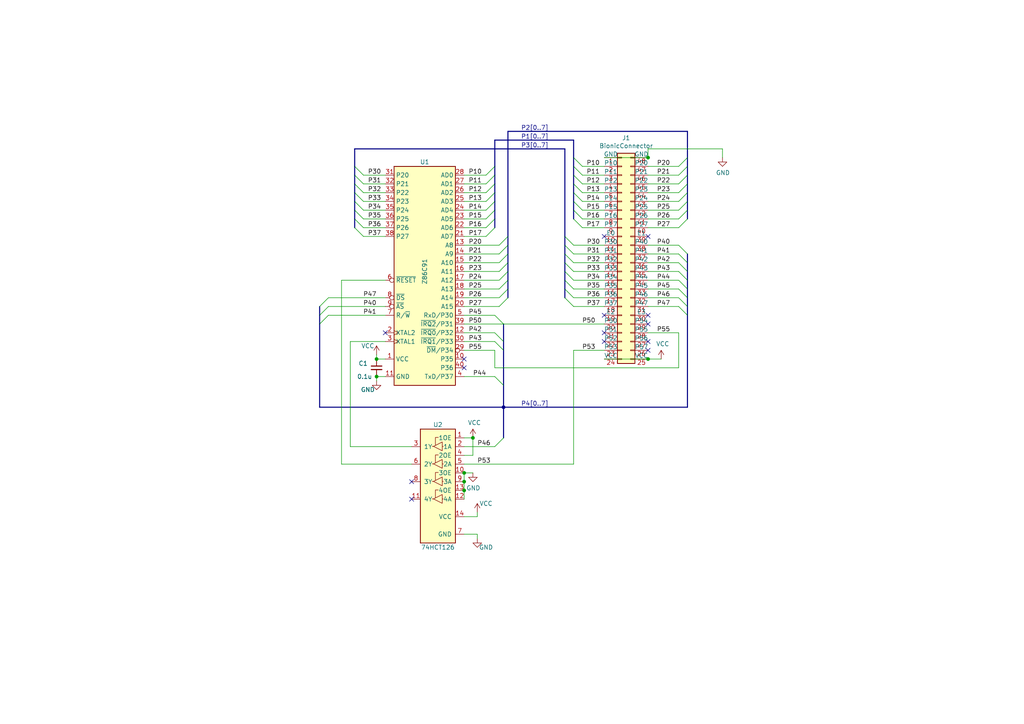
<source format=kicad_sch>
(kicad_sch (version 20211123) (generator eeschema)
  (paper "A4")
  (title_block (title "BionicZ8691 Mezzanine") (date "2023-06-23") (rev "2") (company "Tadashi G. Takaoka"))
  (lib_symbols
    (symbol "0-LocalLibrary:74HCT126" (pin_names (offset 1.016))
      (property "Reference" "U" (at 0 16.51 0))
      (property "Value" "74HCT126" (at 0 -19.05 0))
      (symbol "74HCT126_0_1"
        (polyline (pts (xy -1.2954 10.2108) (xy -1.6002 10.2108)))
        (polyline (pts (xy 1.2954 10.2362) (xy 1.651 10.2362)))
        (polyline (pts (xy 0.7112 10.5664) (xy 0.7112 12.827) (xy -0.127 12.827) (xy -0.1016 12.827)))
      )
      (symbol "74HCT126_1_0"
        (polyline (pts (xy 1.27 10.2362) (xy -1.27 11.5062) (xy -1.27 8.9662) (xy 1.27 10.2362)) (stroke (width 0.1524)))
        (pin input line (at -7.62 12.7 0) (length 2.54) (name "1OE") (number "1"))
        (pin input line (at -7.62 2.54 0) (length 2.54) (name "3OE") (number "10"))
        (pin tri_state line (at 7.62 -5.08 180) (length 2.54) (name "4Y") (number "11"))
        (pin input line (at -7.62 -5.08 0) (length 2.54) (name "4A") (number "12"))
        (pin input line (at -7.62 -2.54 0) (length 2.54) (name "4OE") (number "13"))
        (pin power_in line (at -7.62 -10.16 0) (length 2.54) (name "VCC") (number "14"))
        (pin input line (at -7.62 10.16 0) (length 2.54) (name "1A") (number "2"))
        (pin tri_state line (at 7.62 10.16 180) (length 2.54) (name "1Y") (number "3"))
        (pin input line (at -7.62 7.62 0) (length 2.54) (name "2OE") (number "4"))
        (pin input line (at -7.62 5.08 0) (length 2.54) (name "2A") (number "5"))
        (pin tri_state line (at 7.62 5.08 180) (length 2.54) (name "2Y") (number "6"))
        (pin power_in line (at -7.62 -15.24 0) (length 2.54) (name "GND") (number "7"))
        (pin tri_state line (at 7.62 0 180) (length 2.54) (name "3Y") (number "8"))
        (pin input line (at -7.62 0 0) (length 2.54) (name "3A") (number "9"))
      )
      (symbol "74HCT126_1_1"
        (rectangle (start -5.08 15.24) (end 5.08 -17.78) (stroke (width 0.254)) (fill (type background)))
        (polyline (pts (xy -1.2954 -5.0292) (xy -1.6002 -5.0292)))
        (polyline (pts (xy -1.2954 0.0508) (xy -1.6002 0.0508)))
        (polyline (pts (xy -1.2954 5.1308) (xy -1.6002 5.1308)))
        (polyline (pts (xy 1.2954 -5.0038) (xy 1.651 -5.0038)))
        (polyline (pts (xy 1.2954 0.0762) (xy 1.651 0.0762)))
        (polyline (pts (xy 1.2954 5.1562) (xy 1.651 5.1562)))
        (polyline (pts (xy 0.7112 -4.6736) (xy 0.7112 -2.413) (xy -0.127 -2.413) (xy -0.1016 -2.413)))
        (polyline (pts (xy 0.7112 0.4064) (xy 0.7112 2.667) (xy -0.127 2.667) (xy -0.1016 2.667)))
        (polyline (pts (xy 0.7112 5.4864) (xy 0.7112 7.747) (xy -0.127 7.747) (xy -0.1016 7.747)))
        (polyline (pts (xy 1.27 -5.0038) (xy -1.27 -3.7338) (xy -1.27 -6.2738) (xy 1.27 -5.0038)) (stroke (width 0.1524)))
        (polyline (pts (xy 1.27 0.0762) (xy -1.27 1.3462) (xy -1.27 -1.1938) (xy 1.27 0.0762)) (stroke (width 0.1524)))
        (polyline (pts (xy 1.27 5.1562) (xy -1.27 6.4262) (xy -1.27 3.8862) (xy 1.27 5.1562)) (stroke (width 0.1524)))
      )
    )
    (symbol "0-LocalLibrary:BionicConnector" (pin_names (offset 0))
      (property "Reference" "J" (at 1.27 30.48 0))
      (property "Value" "BionicConnector" (at 3.81 33.02 0))
      (symbol "BionicConnector_1_1"
        (rectangle (start -1.27 -30.353) (end 0 -30.607) (stroke (width 0.1524)))
        (rectangle (start -1.27 -27.813) (end 0 -28.067) (stroke (width 0.1524)))
        (rectangle (start -1.27 -25.273) (end 0 -25.527) (stroke (width 0.1524)))
        (rectangle (start -1.27 -22.733) (end 0 -22.987) (stroke (width 0.1524)))
        (rectangle (start -1.27 -20.193) (end 0 -20.447) (stroke (width 0.1524)))
        (rectangle (start -1.27 -17.653) (end 0 -17.907) (stroke (width 0.1524)))
        (rectangle (start -1.27 -15.113) (end 0 -15.367) (stroke (width 0.1524)))
        (rectangle (start -1.27 -12.573) (end 0 -12.827) (stroke (width 0.1524)))
        (rectangle (start -1.27 -10.033) (end 0 -10.287) (stroke (width 0.1524)))
        (rectangle (start -1.27 -7.493) (end 0 -7.747) (stroke (width 0.1524)))
        (rectangle (start -1.27 -4.953) (end 0 -5.207) (stroke (width 0.1524)))
        (rectangle (start -1.27 -2.413) (end 0 -2.667) (stroke (width 0.1524)))
        (rectangle (start -1.27 0.127) (end 0 -0.127) (stroke (width 0.1524)))
        (rectangle (start -1.27 2.667) (end 0 2.413) (stroke (width 0.1524)))
        (rectangle (start -1.27 5.207) (end 0 4.953) (stroke (width 0.1524)))
        (rectangle (start -1.27 7.747) (end 0 7.493) (stroke (width 0.1524)))
        (rectangle (start -1.27 10.287) (end 0 10.033) (stroke (width 0.1524)))
        (rectangle (start -1.27 12.827) (end 0 12.573) (stroke (width 0.1524)))
        (rectangle (start -1.27 15.367) (end 0 15.113) (stroke (width 0.1524)))
        (rectangle (start -1.27 17.907) (end 0 17.653) (stroke (width 0.1524)))
        (rectangle (start -1.27 20.447) (end 0 20.193) (stroke (width 0.1524)))
        (rectangle (start -1.27 22.987) (end 0 22.733) (stroke (width 0.1524)))
        (rectangle (start -1.27 25.527) (end 0 25.273) (stroke (width 0.1524)))
        (rectangle (start -1.27 28.067) (end 0 27.813) (stroke (width 0.1524)))
        (rectangle (start -1.27 29.21) (end 3.81 -31.75) (stroke (width 0.254)) (fill (type background)))
        (rectangle (start 3.81 -30.353) (end 2.54 -30.607) (stroke (width 0.1524)))
        (rectangle (start 3.81 -27.813) (end 2.54 -28.067) (stroke (width 0.1524)))
        (rectangle (start 3.81 -25.273) (end 2.54 -25.527) (stroke (width 0.1524)))
        (rectangle (start 3.81 -22.733) (end 2.54 -22.987) (stroke (width 0.1524)))
        (rectangle (start 3.81 -20.193) (end 2.54 -20.447) (stroke (width 0.1524)))
        (rectangle (start 3.81 -17.653) (end 2.54 -17.907) (stroke (width 0.1524)))
        (rectangle (start 3.81 -15.113) (end 2.54 -15.367) (stroke (width 0.1524)))
        (rectangle (start 3.81 -12.573) (end 2.54 -12.827) (stroke (width 0.1524)))
        (rectangle (start 3.81 -10.033) (end 2.54 -10.287) (stroke (width 0.1524)))
        (rectangle (start 3.81 -7.493) (end 2.54 -7.747) (stroke (width 0.1524)))
        (rectangle (start 3.81 -4.953) (end 2.54 -5.207) (stroke (width 0.1524)))
        (rectangle (start 3.81 -2.413) (end 2.54 -2.667) (stroke (width 0.1524)))
        (rectangle (start 3.81 0.127) (end 2.54 -0.127) (stroke (width 0.1524)))
        (rectangle (start 3.81 2.667) (end 2.54 2.413) (stroke (width 0.1524)))
        (rectangle (start 3.81 5.207) (end 2.54 4.953) (stroke (width 0.1524)))
        (rectangle (start 3.81 7.747) (end 2.54 7.493) (stroke (width 0.1524)))
        (rectangle (start 3.81 10.287) (end 2.54 10.033) (stroke (width 0.1524)))
        (rectangle (start 3.81 12.827) (end 2.54 12.573) (stroke (width 0.1524)))
        (rectangle (start 3.81 15.367) (end 2.54 15.113) (stroke (width 0.1524)))
        (rectangle (start 3.81 17.907) (end 2.54 17.653) (stroke (width 0.1524)))
        (rectangle (start 3.81 20.447) (end 2.54 20.193) (stroke (width 0.1524)))
        (rectangle (start 3.81 22.987) (end 2.54 22.733) (stroke (width 0.1524)))
        (rectangle (start 3.81 25.527) (end 2.54 25.273) (stroke (width 0.1524)))
        (rectangle (start 3.81 28.067) (end 2.54 27.813) (stroke (width 0.1524)))
        (pin power_out line (at -5.08 27.94 0) (length 3.81) (name "GND") (number "1"))
        (pin bidirectional line (at -5.08 5.08 0) (length 3.81) (name "E0") (number "10"))
        (pin bidirectional line (at -5.08 2.54 0) (length 3.81) (name "P30") (number "11"))
        (pin bidirectional line (at -5.08 0 0) (length 3.81) (name "P31") (number "12"))
        (pin bidirectional line (at -5.08 -2.54 0) (length 3.81) (name "P32") (number "13"))
        (pin bidirectional line (at -5.08 -5.08 0) (length 3.81) (name "P33") (number "14"))
        (pin bidirectional line (at -5.08 -7.62 0) (length 3.81) (name "P34") (number "15"))
        (pin bidirectional line (at -5.08 -10.16 0) (length 3.81) (name "P35") (number "16"))
        (pin bidirectional line (at -5.08 -12.7 0) (length 3.81) (name "P36") (number "17"))
        (pin bidirectional line (at -5.08 -15.24 0) (length 3.81) (name "P37") (number "18"))
        (pin bidirectional line (at -5.08 -17.78 0) (length 3.81) (name "E2") (number "19"))
        (pin bidirectional line (at -5.08 25.4 0) (length 3.81) (name "P10") (number "2"))
        (pin bidirectional line (at -5.08 -20.32 0) (length 3.81) (name "P50") (number "20"))
        (pin bidirectional line (at -5.08 -22.86 0) (length 3.81) (name "P51") (number "21"))
        (pin bidirectional line (at -5.08 -25.4 0) (length 3.81) (name "P52") (number "22"))
        (pin bidirectional line (at -5.08 -27.94 0) (length 3.81) (name "P53") (number "23"))
        (pin power_out line (at -5.08 -30.48 0) (length 3.81) (name "VCC") (number "24"))
        (pin power_in line (at 7.62 -30.48 180) (length 3.81) (name "VCC") (number "25"))
        (pin bidirectional line (at 7.62 -27.94 180) (length 3.81) (name "P57") (number "26"))
        (pin bidirectional line (at 7.62 -25.4 180) (length 3.81) (name "P56") (number "27"))
        (pin bidirectional line (at 7.62 -22.86 180) (length 3.81) (name "P55") (number "28"))
        (pin bidirectional line (at 7.62 -20.32 180) (length 3.81) (name "P54") (number "29"))
        (pin bidirectional line (at -5.08 22.86 0) (length 3.81) (name "P11") (number "3"))
        (pin bidirectional line (at 7.62 -17.78 180) (length 3.81) (name "E3") (number "30"))
        (pin bidirectional line (at 7.62 -15.24 180) (length 3.81) (name "P47") (number "31"))
        (pin bidirectional line (at 7.62 -12.7 180) (length 3.81) (name "P46") (number "32"))
        (pin bidirectional line (at 7.62 -10.16 180) (length 3.81) (name "P45") (number "33"))
        (pin bidirectional line (at 7.62 -7.62 180) (length 3.81) (name "P44") (number "34"))
        (pin bidirectional line (at 7.62 -5.08 180) (length 3.81) (name "P43") (number "35"))
        (pin bidirectional line (at 7.62 -2.54 180) (length 3.81) (name "P42") (number "36"))
        (pin bidirectional line (at 7.62 0 180) (length 3.81) (name "P41") (number "37"))
        (pin bidirectional line (at 7.62 2.54 180) (length 3.81) (name "P40") (number "38"))
        (pin bidirectional line (at 7.62 5.08 180) (length 3.81) (name "E1") (number "39"))
        (pin bidirectional line (at -5.08 20.32 0) (length 3.81) (name "P12") (number "4"))
        (pin bidirectional line (at 7.62 7.62 180) (length 3.81) (name "P27") (number "40"))
        (pin bidirectional line (at 7.62 10.16 180) (length 3.81) (name "P26") (number "41"))
        (pin bidirectional line (at 7.62 12.7 180) (length 3.81) (name "P25") (number "42"))
        (pin bidirectional line (at 7.62 15.24 180) (length 3.81) (name "P24") (number "43"))
        (pin bidirectional line (at 7.62 17.78 180) (length 3.81) (name "P23") (number "44"))
        (pin bidirectional line (at 7.62 20.32 180) (length 3.81) (name "P22") (number "45"))
        (pin bidirectional line (at 7.62 22.86 180) (length 3.81) (name "P21") (number "46"))
        (pin bidirectional line (at 7.62 25.4 180) (length 3.81) (name "P20") (number "47"))
        (pin power_in line (at 7.62 27.94 180) (length 3.81) (name "GND") (number "48"))
        (pin bidirectional line (at -5.08 17.78 0) (length 3.81) (name "P13") (number "5"))
        (pin bidirectional line (at -5.08 15.24 0) (length 3.81) (name "P14") (number "6"))
        (pin bidirectional line (at -5.08 12.7 0) (length 3.81) (name "P15") (number "7"))
        (pin bidirectional line (at -5.08 10.16 0) (length 3.81) (name "P16") (number "8"))
        (pin bidirectional line (at -5.08 7.62 0) (length 3.81) (name "P17") (number "9"))
      )
    )
    (symbol "0-LocalLibrary:Z86C91"
      (property "Reference" "U" (at -1.27 31.75 0))
      (property "Value" "Z86C91" (at 0 -1.27 90))
      (symbol "Z86C91_0_1"
        (rectangle (start -8.89 -33.02) (end 8.89 30.48) (stroke (width 0.254)) (fill (type background)))
      )
      (symbol "Z86C91_1_1"
        (pin power_in line (at -11.43 -25.4 0) (length 2.54) (name "VCC") (number "1"))
        (pin output line (at 11.43 -25.4 180) (length 2.54) (name "P35") (number "10"))
        (pin power_in line (at -11.43 -30.48 0) (length 2.54) (name "GND") (number "11"))
        (pin input line (at 11.43 -17.78 180) (length 2.54) (name "~{IRQ0}/P32") (number "12"))
        (pin output line (at 11.43 7.62 180) (length 2.54) (name "A8") (number "13"))
        (pin output line (at 11.43 5.08 180) (length 2.54) (name "A9") (number "14"))
        (pin output line (at 11.43 2.54 180) (length 2.54) (name "A10") (number "15"))
        (pin output line (at 11.43 0 180) (length 2.54) (name "A11") (number "16"))
        (pin output line (at 11.43 -2.54 180) (length 2.54) (name "A12") (number "17"))
        (pin output line (at 11.43 -5.08 180) (length 2.54) (name "A13") (number "18"))
        (pin output line (at 11.43 -7.62 180) (length 2.54) (name "A14") (number "19"))
        (pin output clock (at -11.43 -17.78 0) (length 2.54) (name "XTAL2") (number "2"))
        (pin output line (at 11.43 -10.16 180) (length 2.54) (name "A15") (number "20"))
        (pin bidirectional line (at 11.43 10.16 180) (length 2.54) (name "AD7") (number "21"))
        (pin bidirectional line (at 11.43 12.7 180) (length 2.54) (name "AD6") (number "22"))
        (pin bidirectional line (at 11.43 15.24 180) (length 2.54) (name "AD5") (number "23"))
        (pin bidirectional line (at 11.43 17.78 180) (length 2.54) (name "AD4") (number "24"))
        (pin bidirectional line (at 11.43 20.32 180) (length 2.54) (name "AD3") (number "25"))
        (pin bidirectional line (at 11.43 22.86 180) (length 2.54) (name "AD2") (number "26"))
        (pin bidirectional line (at 11.43 25.4 180) (length 2.54) (name "AD1") (number "27"))
        (pin bidirectional line (at 11.43 27.94 180) (length 2.54) (name "AD0") (number "28"))
        (pin output inverted (at 11.43 -22.86 180) (length 2.54) (name "~{DM}/P34") (number "29"))
        (pin input clock (at -11.43 -20.32 0) (length 2.54) (name "XTAL1") (number "3"))
        (pin input line (at 11.43 -20.32 180) (length 2.54) (name "~{IRQ1}/P33") (number "30"))
        (pin bidirectional line (at -11.43 27.94 0) (length 2.54) (name "P20") (number "31"))
        (pin bidirectional line (at -11.43 25.4 0) (length 2.54) (name "P21") (number "32"))
        (pin bidirectional line (at -11.43 22.86 0) (length 2.54) (name "P22") (number "33"))
        (pin bidirectional line (at -11.43 20.32 0) (length 2.54) (name "P23") (number "34"))
        (pin bidirectional line (at -11.43 17.78 0) (length 2.54) (name "P24") (number "35"))
        (pin bidirectional line (at -11.43 15.24 0) (length 2.54) (name "P25") (number "36"))
        (pin bidirectional line (at -11.43 12.7 0) (length 2.54) (name "P26") (number "37"))
        (pin bidirectional line (at -11.43 10.16 0) (length 2.54) (name "P27") (number "38"))
        (pin input line (at 11.43 -15.24 180) (length 2.54) (name "~{IRQ2}/P31") (number "39"))
        (pin output line (at 11.43 -30.48 180) (length 2.54) (name "TxD/P37") (number "4"))
        (pin output line (at 11.43 -27.94 180) (length 2.54) (name "P36") (number "40"))
        (pin input line (at 11.43 -12.7 180) (length 2.54) (name "RxD/P30") (number "5"))
        (pin input inverted (at -11.43 -2.54 0) (length 2.54) (name "~{RESET}") (number "6"))
        (pin output line (at -11.43 -12.7 0) (length 2.54) (name "R/~{W}") (number "7"))
        (pin output inverted (at -11.43 -7.62 0) (length 2.54) (name "~{DS}") (number "8"))
        (pin output inverted (at -11.43 -10.16 0) (length 2.54) (name "~{AS}") (number "9"))
      )
    )
    (symbol "Device:C_Small" (pin_numbers hide) (pin_names (offset 0.254) hide)
      (property "Reference" "C" (at 0.254 1.778 0))
      (property "Value" "C_Small" (at 0.254 -2.032 0))
      (symbol "C_Small_0_1"
        (polyline (pts (xy -1.524 -0.508) (xy 1.524 -0.508)) (stroke (width 0.3302)))
        (polyline (pts (xy -1.524 0.508) (xy 1.524 0.508)) (stroke (width 0.3048)))
      )
      (symbol "C_Small_1_1"
        (pin passive line (at 0 2.54 270) (length 2.032) (name "~") (number "1"))
        (pin passive line (at 0 -2.54 90) (length 2.032) (name "~") (number "2"))
      )
    )
    (symbol "power:GND" (power) (pin_names (offset 0))
      (property "Value" "GND" (at 0 -3.81 0))
      (symbol "GND_0_1"
        (polyline (pts (xy 0 0) (xy 0 -1.27) (xy 1.27 -1.27) (xy 0 -2.54) (xy -1.27 -1.27) (xy 0 -1.27)))
      )
      (symbol "GND_1_1"
        (pin power_in line (at 0 0 270) (length 0) hide (name "GND") (number "1"))
      )
    )
    (symbol "power:VCC" (power) (pin_names (offset 0))
      (property "Value" "VCC" (at 0 3.81 0))
      (symbol "VCC_0_1"
        (polyline (pts (xy -0.762 1.27) (xy 0 2.54)))
        (polyline (pts (xy 0 0) (xy 0 2.54)))
        (polyline (pts (xy 0 2.54) (xy 0.762 1.27)))
      )
      (symbol "VCC_1_1"
        (pin power_in line (at 0 0 90) (length 0) hide (name "VCC") (number "1"))
      )
    )
  )
  (junction (at 134.62 142.24))
  (junction (at 134.62 139.7))
  (junction (at 187.96 45.72))
  (junction (at 187.96 104.14))
  (junction (at 146.05 118.11))
  (junction (at 134.62 137.16))
  (junction (at 109.22 104.14))
  (junction (at 109.22 109.22))
  (junction (at 137.16 127))
  (no_connect (at 134.62 106.68))
  (no_connect (at 111.76 96.52))
  (no_connect (at 175.26 68.58))
  (no_connect (at 187.96 101.6))
  (no_connect (at 187.96 91.44))
  (no_connect (at 175.26 91.44))
  (no_connect (at 175.26 99.06))
  (no_connect (at 187.96 93.98))
  (no_connect (at 134.62 104.14))
  (no_connect (at 187.96 99.06))
  (no_connect (at 119.38 139.7))
  (no_connect (at 187.96 68.58))
  (no_connect (at 119.38 144.78))
  (no_connect (at 175.26 96.52))
  (bus_entry (at 199.39 60.96) (size -2.54 2.54))
  (bus_entry (at 196.85 71.12) (size 2.54 2.54))
  (bus_entry (at 143.51 99.06) (size 2.54 2.54))
  (bus_entry (at 143.51 96.52) (size 2.54 2.54))
  (bus_entry (at 168.91 60.96) (size -2.54 -2.54))
  (bus_entry (at 140.97 63.5) (size 2.54 -2.54))
  (bus_entry (at 196.85 88.9) (size 2.54 2.54))
  (bus_entry (at 147.32 73.66) (size -2.54 2.54))
  (bus_entry (at 95.25 91.44) (size -2.54 2.54))
  (bus_entry (at 199.39 45.72) (size -2.54 2.54))
  (bus_entry (at 95.25 86.36) (size -2.54 2.54))
  (bus_entry (at 196.85 73.66) (size 2.54 2.54))
  (bus_entry (at 168.91 48.26) (size -2.54 -2.54))
  (bus_entry (at 199.39 63.5) (size -2.54 2.54))
  (bus_entry (at 196.85 81.28) (size 2.54 2.54))
  (bus_entry (at 147.32 76.2) (size -2.54 2.54))
  (bus_entry (at 163.83 68.58) (size 2.54 2.54))
  (bus_entry (at 163.83 71.12) (size 2.54 2.54))
  (bus_entry (at 168.91 55.88) (size -2.54 -2.54))
  (bus_entry (at 196.85 86.36) (size 2.54 2.54))
  (bus_entry (at 168.91 53.34) (size -2.54 -2.54))
  (bus_entry (at 168.91 50.8) (size -2.54 -2.54))
  (bus_entry (at 102.87 50.8) (size 2.54 2.54))
  (bus_entry (at 95.25 88.9) (size -2.54 2.54))
  (bus_entry (at 140.97 66.04) (size 2.54 -2.54))
  (bus_entry (at 140.97 53.34) (size 2.54 -2.54))
  (bus_entry (at 102.87 58.42) (size 2.54 2.54))
  (bus_entry (at 168.91 63.5) (size -2.54 -2.54))
  (bus_entry (at 140.97 58.42) (size 2.54 -2.54))
  (bus_entry (at 199.39 58.42) (size -2.54 2.54))
  (bus_entry (at 147.32 68.58) (size -2.54 2.54))
  (bus_entry (at 140.97 68.58) (size 2.54 -2.54))
  (bus_entry (at 147.32 81.28) (size -2.54 2.54))
  (bus_entry (at 140.97 50.8) (size 2.54 -2.54))
  (bus_entry (at 163.83 73.66) (size 2.54 2.54))
  (bus_entry (at 147.32 83.82) (size -2.54 2.54))
  (bus_entry (at 147.32 78.74) (size -2.54 2.54))
  (bus_entry (at 168.91 66.04) (size -2.54 -2.54))
  (bus_entry (at 196.85 78.74) (size 2.54 2.54))
  (bus_entry (at 102.87 66.04) (size 2.54 2.54))
  (bus_entry (at 102.87 48.26) (size 2.54 2.54))
  (bus_entry (at 196.85 83.82) (size 2.54 2.54))
  (bus_entry (at 143.51 109.22) (size 2.54 2.54))
  (bus_entry (at 199.39 53.34) (size -2.54 2.54))
  (bus_entry (at 102.87 63.5) (size 2.54 2.54))
  (bus_entry (at 163.83 76.2) (size 2.54 2.54))
  (bus_entry (at 199.39 50.8) (size -2.54 2.54))
  (bus_entry (at 102.87 55.88) (size 2.54 2.54))
  (bus_entry (at 196.85 76.2) (size 2.54 2.54))
  (bus_entry (at 163.83 86.36) (size 2.54 2.54))
  (bus_entry (at 199.39 48.26) (size -2.54 2.54))
  (bus_entry (at 102.87 60.96) (size 2.54 2.54))
  (bus_entry (at 199.39 55.88) (size -2.54 2.54))
  (bus_entry (at 147.32 86.36) (size -2.54 2.54))
  (bus_entry (at 146.05 127) (size -2.54 2.54))
  (bus_entry (at 147.32 71.12) (size -2.54 2.54))
  (bus_entry (at 102.87 53.34) (size 2.54 2.54))
  (bus_entry (at 163.83 83.82) (size 2.54 2.54))
  (bus_entry (at 163.83 81.28) (size 2.54 2.54))
  (bus_entry (at 140.97 60.96) (size 2.54 -2.54))
  (bus_entry (at 140.97 55.88) (size 2.54 -2.54))
  (bus_entry (at 168.91 58.42) (size -2.54 -2.54))
  (bus_entry (at 163.83 78.74) (size 2.54 2.54))
  (bus_entry (at 143.51 91.44) (size 2.54 2.54))
  (bus (pts (xy 199.39 53.34) (xy 199.39 55.88)))
  (wire (pts (xy 175.26 66.04) (xy 168.91 66.04)))
  (wire (pts (xy 134.62 60.96) (xy 140.97 60.96)))
  (bus (pts (xy 92.71 118.11) (xy 146.05 118.11)))
  (bus (pts (xy 147.32 73.66) (xy 147.32 76.2)))
  (wire (pts (xy 111.76 99.06) (xy 101.6 99.06)))
  (bus (pts (xy 199.39 81.28) (xy 199.39 83.82)))
  (wire (pts (xy 105.41 55.88) (xy 111.76 55.88)))
  (wire (pts (xy 143.51 106.68) (xy 196.85 106.68)))
  (wire (pts (xy 175.26 55.88) (xy 168.91 55.88)))
  (wire (pts (xy 134.62 142.24) (xy 134.62 144.78)))
  (bus (pts (xy 199.39 73.66) (xy 199.39 76.2)))
  (bus (pts (xy 166.37 55.88) (xy 166.37 58.42)))
  (wire (pts (xy 134.62 132.08) (xy 137.16 132.08)))
  (wire (pts (xy 175.26 48.26) (xy 168.91 48.26)))
  (wire (pts (xy 105.41 53.34) (xy 111.76 53.34)))
  (bus (pts (xy 92.71 91.44) (xy 92.71 93.98)))
  (wire (pts (xy 105.41 60.96) (xy 111.76 60.96)))
  (wire (pts (xy 196.85 96.52) (xy 187.96 96.52)))
  (bus (pts (xy 166.37 45.72) (xy 166.37 48.26)))
  (bus (pts (xy 102.87 66.04) (xy 102.87 63.5)))
  (bus (pts (xy 199.39 60.96) (xy 199.39 63.5)))
  (wire (pts (xy 134.62 66.04) (xy 140.97 66.04)))
  (bus (pts (xy 147.32 71.12) (xy 147.32 73.66)))
  (wire (pts (xy 134.62 139.7) (xy 134.62 142.24)))
  (bus (pts (xy 199.39 78.74) (xy 199.39 81.28)))
  (bus (pts (xy 166.37 58.42) (xy 166.37 60.96)))
  (wire (pts (xy 187.96 86.36) (xy 196.85 86.36)))
  (wire (pts (xy 166.37 86.36) (xy 175.26 86.36)))
  (wire (pts (xy 134.62 93.98) (xy 146.05 93.98)))
  (bus (pts (xy 163.83 71.12) (xy 163.83 73.66)))
  (wire (pts (xy 166.37 83.82) (xy 175.26 83.82)))
  (wire (pts (xy 175.26 53.34) (xy 168.91 53.34)))
  (wire (pts (xy 187.96 73.66) (xy 196.85 73.66)))
  (bus (pts (xy 146.05 99.06) (xy 146.05 101.6)))
  (bus (pts (xy 163.83 78.74) (xy 163.83 81.28)))
  (wire (pts (xy 109.22 104.14) (xy 109.22 102.87)))
  (bus (pts (xy 199.39 50.8) (xy 199.39 53.34)))
  (bus (pts (xy 143.51 58.42) (xy 143.51 60.96)))
  (wire (pts (xy 187.96 104.14) (xy 191.77 104.14)))
  (bus (pts (xy 143.51 53.34) (xy 143.51 55.88)))
  (bus (pts (xy 147.32 38.1) (xy 147.32 68.58)))
  (bus (pts (xy 146.05 118.11) (xy 199.39 118.11)))
  (wire (pts (xy 134.62 91.44) (xy 143.51 91.44)))
  (wire (pts (xy 134.62 73.66) (xy 144.78 73.66)))
  (bus (pts (xy 199.39 58.42) (xy 199.39 60.96)))
  (wire (pts (xy 175.26 50.8) (xy 168.91 50.8)))
  (wire (pts (xy 175.26 60.96) (xy 168.91 60.96)))
  (bus (pts (xy 199.39 38.1) (xy 147.32 38.1)))
  (wire (pts (xy 138.43 156.21) (xy 138.43 154.94)))
  (wire (pts (xy 105.41 66.04) (xy 111.76 66.04)))
  (wire (pts (xy 134.62 137.16) (xy 134.62 139.7)))
  (bus (pts (xy 147.32 68.58) (xy 147.32 71.12)))
  (bus (pts (xy 199.39 38.1) (xy 199.39 45.72)))
  (bus (pts (xy 199.39 48.26) (xy 199.39 50.8)))
  (wire (pts (xy 111.76 81.28) (xy 99.06 81.28)))
  (bus (pts (xy 147.32 78.74) (xy 147.32 81.28)))
  (wire (pts (xy 134.62 76.2) (xy 144.78 76.2)))
  (bus (pts (xy 102.87 58.42) (xy 102.87 55.88)))
  (wire (pts (xy 166.37 101.6) (xy 175.26 101.6)))
  (wire (pts (xy 187.96 43.18) (xy 209.55 43.18)))
  (wire (pts (xy 134.62 71.12) (xy 144.78 71.12)))
  (bus (pts (xy 166.37 40.64) (xy 166.37 45.72)))
  (bus (pts (xy 147.32 81.28) (xy 147.32 83.82)))
  (bus (pts (xy 166.37 53.34) (xy 166.37 55.88)))
  (bus (pts (xy 102.87 50.8) (xy 102.87 48.26)))
  (wire (pts (xy 134.62 134.62) (xy 166.37 134.62)))
  (wire (pts (xy 95.25 88.9) (xy 111.76 88.9)))
  (wire (pts (xy 134.62 127) (xy 137.16 127)))
  (bus (pts (xy 143.51 60.96) (xy 143.51 63.5)))
  (wire (pts (xy 109.22 110.49) (xy 109.22 109.22)))
  (wire (pts (xy 134.62 101.6) (xy 143.51 101.6)))
  (wire (pts (xy 187.96 81.28) (xy 196.85 81.28)))
  (wire (pts (xy 134.62 81.28) (xy 144.78 81.28)))
  (wire (pts (xy 143.51 101.6) (xy 143.51 106.68)))
  (bus (pts (xy 163.83 43.18) (xy 163.83 68.58)))
  (wire (pts (xy 134.62 129.54) (xy 143.51 129.54)))
  (wire (pts (xy 187.96 88.9) (xy 196.85 88.9)))
  (wire (pts (xy 187.96 48.26) (xy 196.85 48.26)))
  (wire (pts (xy 134.62 137.16) (xy 137.16 137.16)))
  (bus (pts (xy 102.87 60.96) (xy 102.87 58.42)))
  (wire (pts (xy 134.62 109.22) (xy 143.51 109.22)))
  (wire (pts (xy 134.62 53.34) (xy 140.97 53.34)))
  (bus (pts (xy 102.87 53.34) (xy 102.87 50.8)))
  (bus (pts (xy 143.51 63.5) (xy 143.51 66.04)))
  (wire (pts (xy 105.41 68.58) (xy 111.76 68.58)))
  (wire (pts (xy 196.85 106.68) (xy 196.85 96.52)))
  (wire (pts (xy 119.38 129.54) (xy 101.6 129.54)))
  (bus (pts (xy 166.37 60.96) (xy 166.37 63.5)))
  (wire (pts (xy 134.62 96.52) (xy 143.51 96.52)))
  (bus (pts (xy 199.39 86.36) (xy 199.39 88.9)))
  (wire (pts (xy 187.96 78.74) (xy 196.85 78.74)))
  (wire (pts (xy 134.62 88.9) (xy 144.78 88.9)))
  (bus (pts (xy 143.51 50.8) (xy 143.51 53.34)))
  (wire (pts (xy 196.85 76.2) (xy 187.96 76.2)))
  (wire (pts (xy 134.62 86.36) (xy 144.78 86.36)))
  (wire (pts (xy 187.96 71.12) (xy 196.85 71.12)))
  (wire (pts (xy 187.96 55.88) (xy 196.85 55.88)))
  (wire (pts (xy 95.25 86.36) (xy 111.76 86.36)))
  (wire (pts (xy 134.62 58.42) (xy 140.97 58.42)))
  (bus (pts (xy 146.05 93.98) (xy 146.05 99.06)))
  (bus (pts (xy 102.87 55.88) (xy 102.87 53.34)))
  (wire (pts (xy 134.62 55.88) (xy 140.97 55.88)))
  (bus (pts (xy 199.39 83.82) (xy 199.39 86.36)))
  (bus (pts (xy 146.05 101.6) (xy 146.05 111.76)))
  (wire (pts (xy 166.37 76.2) (xy 175.26 76.2)))
  (wire (pts (xy 105.41 50.8) (xy 111.76 50.8)))
  (bus (pts (xy 199.39 91.44) (xy 199.39 118.11)))
  (wire (pts (xy 187.96 58.42) (xy 196.85 58.42)))
  (bus (pts (xy 199.39 55.88) (xy 199.39 58.42)))
  (wire (pts (xy 175.26 63.5) (xy 168.91 63.5)))
  (wire (pts (xy 99.06 134.62) (xy 119.38 134.62)))
  (bus (pts (xy 166.37 48.26) (xy 166.37 50.8)))
  (wire (pts (xy 134.62 154.94) (xy 138.43 154.94)))
  (bus (pts (xy 163.83 73.66) (xy 163.83 76.2)))
  (wire (pts (xy 166.37 71.12) (xy 175.26 71.12)))
  (bus (pts (xy 163.83 76.2) (xy 163.83 78.74)))
  (bus (pts (xy 163.83 81.28) (xy 163.83 83.82)))
  (wire (pts (xy 187.96 50.8) (xy 196.85 50.8)))
  (bus (pts (xy 163.83 83.82) (xy 163.83 86.36)))
  (bus (pts (xy 92.71 88.9) (xy 92.71 91.44)))
  (bus (pts (xy 146.05 111.76) (xy 146.05 118.11)))
  (wire (pts (xy 166.37 81.28) (xy 175.26 81.28)))
  (wire (pts (xy 99.06 81.28) (xy 99.06 134.62)))
  (bus (pts (xy 143.51 55.88) (xy 143.51 58.42)))
  (bus (pts (xy 92.71 93.98) (xy 92.71 118.11)))
  (wire (pts (xy 134.62 68.58) (xy 140.97 68.58)))
  (bus (pts (xy 199.39 88.9) (xy 199.39 91.44)))
  (wire (pts (xy 137.16 127) (xy 137.16 132.08)))
  (bus (pts (xy 102.87 43.18) (xy 163.83 43.18)))
  (wire (pts (xy 138.43 149.86) (xy 134.62 149.86)))
  (wire (pts (xy 109.22 109.22) (xy 111.76 109.22)))
  (wire (pts (xy 187.96 63.5) (xy 196.85 63.5)))
  (wire (pts (xy 187.96 60.96) (xy 196.85 60.96)))
  (bus (pts (xy 143.51 40.64) (xy 166.37 40.64)))
  (wire (pts (xy 166.37 73.66) (xy 175.26 73.66)))
  (wire (pts (xy 105.41 58.42) (xy 111.76 58.42)))
  (wire (pts (xy 95.25 91.44) (xy 111.76 91.44)))
  (wire (pts (xy 134.62 63.5) (xy 140.97 63.5)))
  (wire (pts (xy 109.22 104.14) (xy 111.76 104.14)))
  (bus (pts (xy 166.37 50.8) (xy 166.37 53.34)))
  (wire (pts (xy 166.37 101.6) (xy 166.37 134.62)))
  (wire (pts (xy 187.96 53.34) (xy 196.85 53.34)))
  (wire (pts (xy 187.96 66.04) (xy 196.85 66.04)))
  (bus (pts (xy 143.51 48.26) (xy 143.51 50.8)))
  (bus (pts (xy 199.39 76.2) (xy 199.39 78.74)))
  (wire (pts (xy 175.26 104.14) (xy 187.96 104.14)))
  (wire (pts (xy 101.6 99.06) (xy 101.6 129.54)))
  (wire (pts (xy 175.26 45.72) (xy 187.96 45.72)))
  (wire (pts (xy 175.26 58.42) (xy 168.91 58.42)))
  (bus (pts (xy 199.39 45.72) (xy 199.39 48.26)))
  (bus (pts (xy 147.32 83.82) (xy 147.32 86.36)))
  (wire (pts (xy 146.05 93.98) (xy 175.26 93.98)))
  (wire (pts (xy 187.96 83.82) (xy 196.85 83.82)))
  (wire (pts (xy 166.37 78.74) (xy 175.26 78.74)))
  (wire (pts (xy 138.43 149.86) (xy 138.43 148.59)))
  (bus (pts (xy 147.32 76.2) (xy 147.32 78.74)))
  (bus (pts (xy 146.05 118.11) (xy 146.05 127)))
  (bus (pts (xy 143.51 40.64) (xy 143.51 48.26)))
  (wire (pts (xy 134.62 99.06) (xy 143.51 99.06)))
  (wire (pts (xy 105.41 63.5) (xy 111.76 63.5)))
  (wire (pts (xy 187.96 43.18) (xy 187.96 45.72)))
  (bus (pts (xy 163.83 68.58) (xy 163.83 71.12)))
  (bus (pts (xy 102.87 48.26) (xy 102.87 43.18)))
  (wire (pts (xy 134.62 78.74) (xy 144.78 78.74)))
  (wire (pts (xy 134.62 50.8) (xy 140.97 50.8)))
  (wire (pts (xy 166.37 88.9) (xy 175.26 88.9)))
  (bus (pts (xy 102.87 63.5) (xy 102.87 60.96)))
  (wire (pts (xy 209.55 43.18) (xy 209.55 45.72)))
  (wire (pts (xy 134.62 83.82) (xy 144.78 83.82)))
  (label "P47" (at 109.22 86.36 180))
  (label "P30" (at 106.68 50.8 0))
  (label "P17" (at 135.89 68.58 0))
  (label "P11" (at 173.99 50.8 180))
  (label "P20" (at 135.89 71.12 0))
  (label "P21" (at 135.89 73.66 0))
  (label "P43" (at 190.5 78.74 0))
  (label "P34" (at 170.18 81.28 0))
  (label "P10" (at 173.99 48.26 180))
  (label "P21" (at 190.5 50.8 0))
  (label "P31" (at 106.68 53.34 0))
  (label "P1[0..7]" (at 151.13 40.64 0))
  (label "P12" (at 135.89 55.88 0))
  (label "P12" (at 173.99 53.34 180))
  (label "P26" (at 190.5 63.5 0))
  (label "P15" (at 173.99 60.96 180))
  (label "P35" (at 170.18 83.82 0))
  (label "P25" (at 190.5 60.96 0))
  (label "P45" (at 135.89 91.44 0))
  (label "P13" (at 135.89 58.42 0))
  (label "P32" (at 170.18 76.2 0))
  (label "P50" (at 135.89 93.98 0))
  (label "P16" (at 135.89 66.04 0))
  (label "P32" (at 106.68 55.88 0))
  (label "P44" (at 190.5 81.28 0))
  (label "P45" (at 190.5 83.82 0))
  (label "P23" (at 190.5 55.88 0))
  (label "P50" (at 172.72 93.98 180))
  (label "P10" (at 135.89 50.8 0))
  (label "P24" (at 135.89 81.28 0))
  (label "P33" (at 106.68 58.42 0))
  (label "P30" (at 170.18 71.12 0))
  (label "P23" (at 135.89 78.74 0))
  (label "P16" (at 173.99 63.5 180))
  (label "P24" (at 190.5 58.42 0))
  (label "P17" (at 173.99 66.04 180))
  (label "P11" (at 135.89 53.34 0))
  (label "P27" (at 135.89 88.9 0))
  (label "P3[0..7]" (at 151.13 43.18 0))
  (label "P2[0..7]" (at 151.13 38.1 0))
  (label "P53" (at 172.72 101.6 180))
  (label "P40" (at 109.22 88.9 180))
  (label "P55" (at 135.89 101.6 0))
  (label "P55" (at 190.5 96.52 0))
  (label "P36" (at 106.68 66.04 0))
  (label "P53" (at 138.43 134.62 0))
  (label "P34" (at 106.68 60.96 0))
  (label "P46" (at 138.43 129.54 0))
  (label "P20" (at 190.5 48.26 0))
  (label "P14" (at 173.99 58.42 180))
  (label "P31" (at 170.18 73.66 0))
  (label "P36" (at 170.18 86.36 0))
  (label "P37" (at 170.18 88.9 0))
  (label "P22" (at 135.89 76.2 0))
  (label "P40" (at 190.5 71.12 0))
  (label "P25" (at 135.89 83.82 0))
  (label "P47" (at 190.5 88.9 0))
  (label "P4[0..7]" (at 151.13 118.11 0))
  (label "P44" (at 137.16 109.22 0))
  (label "P42" (at 135.89 96.52 0))
  (label "P15" (at 135.89 63.5 0))
  (label "P35" (at 106.68 63.5 0))
  (label "P43" (at 135.89 99.06 0))
  (label "P37" (at 106.68 68.58 0))
  (label "P41" (at 190.5 73.66 0))
  (label "P13" (at 173.99 55.88 180))
  (label "P46" (at 190.5 86.36 0))
  (label "P41" (at 109.22 91.44 180))
  (label "P14" (at 135.89 60.96 0))
  (label "P27" (at 190.5 66.04 0))
  (label "P26" (at 135.89 86.36 0))
  (label "P42" (at 190.5 76.2 0))
  (label "P33" (at 170.18 78.74 0))
  (label "P22" (at 190.5 53.34 0))
  (symbol (lib_id "power:VCC") (at 109.22 102.87 0) (mirror y) (unit 1)
    (property "Reference" "#PWR03" (effects hide))
    (property "Value" "VCC" (at 106.68 100.33 0))
  )
  (symbol (lib_id "power:GND") (at 109.22 110.49 0) (mirror y) (unit 1)
    (property "Reference" "#PWR04" (effects hide))
    (property "Value" "GND" (at 106.68 113.03 0))
  )
  (symbol (lib_id "Device:C_Small") (at 109.22 106.68 0) (mirror y) (unit 1)
    (property "Reference" "C1" (at 106.68 105.41 0) (effects (justify left)))
    (property "Value" "0.1u" (at 107.95 109.22 0) (effects (justify left)))
    (property "Footprint" "Capacitor_THT:C_Disc_D3.4mm_W2.1mm_P2.50mm" (effects hide))
  )
  (symbol (lib_id "0-LocalLibrary:74HCT126") (at 127 139.7 0) (mirror y) (unit 1)
    (property "Reference" "U2" (at 127 123.19 0))
    (property "Value" "74HCT126" (at 127 158.75 0))
    (property "Footprint" "Package_DIP:DIP-14_W7.62mm" (effects hide))
    (property "Datasheet" "https://www.ti.com/lit/ds/symlink/cd74hct126.pdf" (effects hide))
  )
  (symbol (lib_id "power:VCC") (at 138.43 148.59 0) (unit 1)
    (property "Reference" "#PWR07" (effects hide))
    (property "Value" "VCC" (at 140.97 146.05 0))
  )
  (symbol (lib_id "power:GND") (at 138.43 156.21 0) (unit 1)
    (property "Reference" "#PWR08" (effects hide))
    (property "Value" "GND" (at 140.97 158.75 0))
  )
  (symbol (lib_id "power:VCC") (at 137.16 127 0) (unit 1)
    (property "Reference" "#PWR02" (effects hide))
    (property "Value" "VCC" (at 137.5918 122.6058 0))
  )
  (symbol (lib_id "power:GND") (at 137.16 137.16 0) (unit 1)
    (property "Reference" "#PWR06" (effects hide))
    (property "Value" "GND" (at 137.287 141.5542 0))
  )
  (symbol (lib_id "power:GND") (at 209.55 45.72 0) (unit 1)
    (property "Reference" "#PWR0101" (effects hide))
    (property "Value" "GND" (at 209.677 50.1142 0))
  )
  (symbol (lib_id "power:VCC") (at 191.77 104.14 0) (unit 1)
    (property "Reference" "#PWR0102" (effects hide))
    (property "Value" "VCC" (at 192.2018 99.7458 0))
  )
  (symbol (lib_id "0-LocalLibrary:Z86C91") (at 123.19 78.74 0) (unit 1)
    (property "Reference" "U1" (at 123.19 46.99 0))
    (property "Value" "Z86C91" (at 123.19 78.74 90))
    (property "Footprint" "Package_DIP:DIP-40_W15.24mm" (effects hide))
    (property "Datasheet" "https://datasheetspdf.com/pdf-file/1412044/Zilog/Z86C91/1" (effects hide))
  )
  (symbol (lib_id "0-LocalLibrary:BionicConnector") (at 180.34 73.66 0) (unit 1)
    (property "Reference" "J1" (at 181.61 40.005 0))
    (property "Value" "BionicConnector" (at 181.61 42.3164 0))
    (property "Footprint" "0-LocalLibrary:DIP-48_W7.62mm" (effects hide))
    (property "Datasheet" "https://www.arieselec.com/wp-content/uploads/2020/02/10001-universal-dip-zif-test-socket.pdf" (effects hide))
  )
)
</source>
